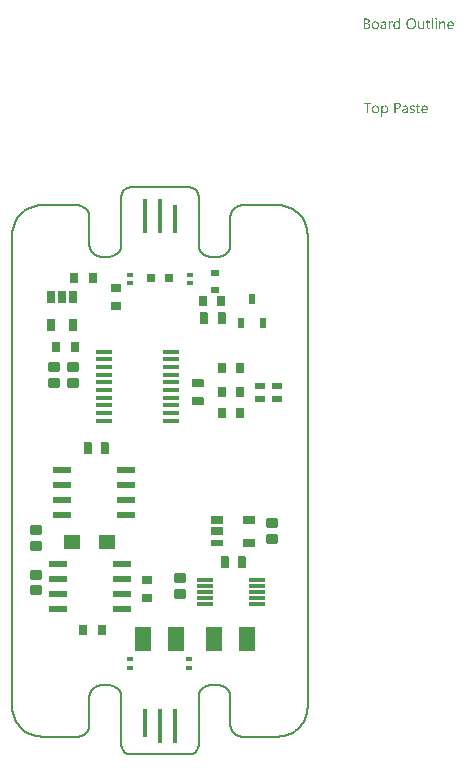
<source format=gtp>
G04*
G04 #@! TF.GenerationSoftware,Altium Limited,Altium Designer,21.9.2 (33)*
G04*
G04 Layer_Color=8421504*
%FSLAX44Y44*%
%MOMM*%
G71*
G04*
G04 #@! TF.SameCoordinates,2EA8CFF5-2370-4CCC-882B-FB9061A37F0A*
G04*
G04*
G04 #@! TF.FilePolarity,Positive*
G04*
G01*
G75*
%ADD12C,0.2000*%
G04:AMPARAMS|DCode=16|XSize=0.95mm|YSize=0.8mm|CornerRadius=0.1mm|HoleSize=0mm|Usage=FLASHONLY|Rotation=0.000|XOffset=0mm|YOffset=0mm|HoleType=Round|Shape=RoundedRectangle|*
%AMROUNDEDRECTD16*
21,1,0.9500,0.6000,0,0,0.0*
21,1,0.7500,0.8000,0,0,0.0*
1,1,0.2000,0.3750,-0.3000*
1,1,0.2000,-0.3750,-0.3000*
1,1,0.2000,-0.3750,0.3000*
1,1,0.2000,0.3750,0.3000*
%
%ADD16ROUNDEDRECTD16*%
G04:AMPARAMS|DCode=17|XSize=0.95mm|YSize=0.8mm|CornerRadius=0.08mm|HoleSize=0mm|Usage=FLASHONLY|Rotation=0.000|XOffset=0mm|YOffset=0mm|HoleType=Round|Shape=RoundedRectangle|*
%AMROUNDEDRECTD17*
21,1,0.9500,0.6400,0,0,0.0*
21,1,0.7900,0.8000,0,0,0.0*
1,1,0.1600,0.3950,-0.3200*
1,1,0.1600,-0.3950,-0.3200*
1,1,0.1600,-0.3950,0.3200*
1,1,0.1600,0.3950,0.3200*
%
%ADD17ROUNDEDRECTD17*%
G04:AMPARAMS|DCode=18|XSize=0.392mm|YSize=2.942mm|CornerRadius=0.097mm|HoleSize=0mm|Usage=FLASHONLY|Rotation=0.000|XOffset=0mm|YOffset=0mm|HoleType=Round|Shape=RoundedRectangle|*
%AMROUNDEDRECTD18*
21,1,0.3920,2.7480,0,0,0.0*
21,1,0.1980,2.9420,0,0,0.0*
1,1,0.1940,0.0990,-1.3740*
1,1,0.1940,-0.0990,-1.3740*
1,1,0.1940,-0.0990,1.3740*
1,1,0.1940,0.0990,1.3740*
%
%ADD18ROUNDEDRECTD18*%
G04:AMPARAMS|DCode=19|XSize=0.392mm|YSize=2.442mm|CornerRadius=0.097mm|HoleSize=0mm|Usage=FLASHONLY|Rotation=0.000|XOffset=0mm|YOffset=0mm|HoleType=Round|Shape=RoundedRectangle|*
%AMROUNDEDRECTD19*
21,1,0.3920,2.2480,0,0,0.0*
21,1,0.1980,2.4420,0,0,0.0*
1,1,0.1940,0.0990,-1.1240*
1,1,0.1940,-0.0990,-1.1240*
1,1,0.1940,-0.0990,1.1240*
1,1,0.1940,0.0990,1.1240*
%
%ADD19ROUNDEDRECTD19*%
%ADD20R,1.3500X0.4000*%
G04:AMPARAMS|DCode=21|XSize=1mm|YSize=0.7mm|CornerRadius=0.0875mm|HoleSize=0mm|Usage=FLASHONLY|Rotation=270.000|XOffset=0mm|YOffset=0mm|HoleType=Round|Shape=RoundedRectangle|*
%AMROUNDEDRECTD21*
21,1,1.0000,0.5250,0,0,270.0*
21,1,0.8250,0.7000,0,0,270.0*
1,1,0.1750,-0.2625,-0.4125*
1,1,0.1750,-0.2625,0.4125*
1,1,0.1750,0.2625,0.4125*
1,1,0.1750,0.2625,-0.4125*
%
%ADD21ROUNDEDRECTD21*%
%ADD22R,1.5500X0.6000*%
%ADD23R,0.7620X0.8128*%
%ADD24R,0.6000X0.9000*%
G04:AMPARAMS|DCode=25|XSize=1mm|YSize=0.7mm|CornerRadius=0.0875mm|HoleSize=0mm|Usage=FLASHONLY|Rotation=0.000|XOffset=0mm|YOffset=0mm|HoleType=Round|Shape=RoundedRectangle|*
%AMROUNDEDRECTD25*
21,1,1.0000,0.5250,0,0,0.0*
21,1,0.8250,0.7000,0,0,0.0*
1,1,0.1750,0.4125,-0.2625*
1,1,0.1750,-0.4125,-0.2625*
1,1,0.1750,-0.4125,0.2625*
1,1,0.1750,0.4125,0.2625*
%
%ADD25ROUNDEDRECTD25*%
%ADD26R,0.8000X0.9000*%
%ADD27R,0.8128X0.7620*%
%ADD28R,0.7000X0.7000*%
%ADD29R,1.4500X0.3000*%
%ADD30R,1.0600X0.6500*%
%ADD31R,1.0600X0.6000*%
%ADD32R,0.9000X0.8000*%
%ADD33R,1.4000X2.0000*%
%ADD34R,0.6250X0.3250*%
%ADD35R,0.7000X1.0000*%
%ADD36R,1.4500X1.2000*%
%ADD37R,0.8000X0.6000*%
%ADD38R,0.9000X0.6000*%
G36*
X564991Y274449D02*
X565054Y274449D01*
X565195Y274386D01*
X565274Y274339D01*
X565353Y274276D01*
X565368Y274261D01*
X565384Y274245D01*
X565463Y274151D01*
X565526Y273993D01*
X565541Y273899D01*
X565557Y273805D01*
X565557Y273789D01*
X565557Y273757D01*
X565541Y273710D01*
X565526Y273647D01*
X565478Y273490D01*
X565416Y273412D01*
X565353Y273333D01*
X565337Y273333D01*
X565321Y273302D01*
X565227Y273239D01*
X565085Y273176D01*
X564991Y273160D01*
X564897Y273144D01*
X564850Y273144D01*
X564802Y273160D01*
X564739Y273160D01*
X564582Y273223D01*
X564504Y273254D01*
X564425Y273317D01*
X564425Y273333D01*
X564394Y273349D01*
X564362Y273396D01*
X564331Y273443D01*
X564268Y273600D01*
X564252Y273694D01*
X564236Y273805D01*
X564236Y273820D01*
X564236Y273852D01*
X564252Y273899D01*
X564268Y273978D01*
X564315Y274119D01*
X564362Y274198D01*
X564425Y274276D01*
X564441Y274292D01*
X564456Y274308D01*
X564551Y274371D01*
X564708Y274433D01*
X564802Y274465D01*
X564944Y274465D01*
X564991Y274449D01*
X564991Y274449D02*
G37*
G36*
X534536Y265141D02*
X533514Y265141D01*
X533514Y266211D01*
X533483Y266211D01*
X533483Y266195D01*
X533451Y266163D01*
X533404Y266101D01*
X533357Y266022D01*
X533279Y265928D01*
X533184Y265833D01*
X533074Y265723D01*
X532948Y265613D01*
X532807Y265487D01*
X532634Y265377D01*
X532461Y265283D01*
X532257Y265189D01*
X532052Y265110D01*
X531816Y265047D01*
X531565Y265016D01*
X531297Y265000D01*
X531188Y265000D01*
X531093Y265016D01*
X530999Y265031D01*
X530873Y265047D01*
X530606Y265110D01*
X530291Y265204D01*
X529977Y265361D01*
X529804Y265456D01*
X529662Y265566D01*
X529505Y265707D01*
X529364Y265849D01*
X529364Y265865D01*
X529332Y265896D01*
X529301Y265943D01*
X529254Y266006D01*
X529206Y266085D01*
X529143Y266195D01*
X529081Y266321D01*
X529018Y266462D01*
X528939Y266619D01*
X528876Y266792D01*
X528813Y266981D01*
X528766Y267185D01*
X528719Y267405D01*
X528688Y267657D01*
X528672Y267909D01*
X528656Y268176D01*
X528656Y268192D01*
X528656Y268239D01*
X528656Y268333D01*
X528672Y268443D01*
X528688Y268569D01*
X528703Y268726D01*
X528719Y268899D01*
X528750Y269088D01*
X528845Y269497D01*
X528986Y269921D01*
X529081Y270126D01*
X529191Y270330D01*
X529301Y270519D01*
X529442Y270707D01*
X529458Y270723D01*
X529474Y270754D01*
X529521Y270802D01*
X529584Y270865D01*
X529662Y270927D01*
X529772Y271006D01*
X529883Y271100D01*
X530008Y271195D01*
X530323Y271368D01*
X530684Y271525D01*
X530889Y271572D01*
X531109Y271619D01*
X531329Y271651D01*
X531581Y271666D01*
X531706Y271666D01*
X531801Y271651D01*
X531895Y271635D01*
X532021Y271619D01*
X532304Y271541D01*
X532618Y271415D01*
X532775Y271336D01*
X532933Y271226D01*
X533090Y271116D01*
X533231Y270975D01*
X533357Y270817D01*
X533483Y270629D01*
X533514Y270629D01*
X533514Y274591D01*
X534536Y274591D01*
X534536Y265141D01*
X534536Y265141D02*
G37*
G36*
X570777Y271651D02*
X570966Y271635D01*
X571202Y271588D01*
X571453Y271509D01*
X571720Y271383D01*
X571988Y271210D01*
X572098Y271116D01*
X572208Y270990D01*
X572239Y270959D01*
X572302Y270865D01*
X572381Y270707D01*
X572491Y270487D01*
X572585Y270220D01*
X572679Y269890D01*
X572742Y269497D01*
X572758Y269041D01*
X572758Y265141D01*
X571736Y265141D01*
X571736Y268773D01*
X571736Y268789D01*
X571736Y268868D01*
X571720Y268962D01*
X571720Y269088D01*
X571689Y269245D01*
X571657Y269418D01*
X571610Y269607D01*
X571547Y269795D01*
X571469Y269984D01*
X571374Y270157D01*
X571249Y270330D01*
X571107Y270487D01*
X570950Y270613D01*
X570746Y270707D01*
X570525Y270786D01*
X570258Y270802D01*
X570227Y270802D01*
X570132Y270786D01*
X569991Y270770D01*
X569818Y270723D01*
X569613Y270660D01*
X569393Y270550D01*
X569189Y270408D01*
X568985Y270220D01*
X568969Y270188D01*
X568906Y270126D01*
X568827Y270000D01*
X568733Y269827D01*
X568639Y269622D01*
X568560Y269371D01*
X568497Y269088D01*
X568481Y268773D01*
X568481Y265141D01*
X567459Y265141D01*
X567459Y271525D01*
X568481Y271525D01*
X568481Y270456D01*
X568513Y270456D01*
X568529Y270471D01*
X568544Y270503D01*
X568591Y270566D01*
X568654Y270644D01*
X568717Y270739D01*
X568812Y270833D01*
X568922Y270943D01*
X569048Y271069D01*
X569189Y271179D01*
X569346Y271289D01*
X569519Y271383D01*
X569708Y271478D01*
X569897Y271556D01*
X570117Y271619D01*
X570353Y271651D01*
X570604Y271666D01*
X570698Y271666D01*
X570777Y271651D01*
X570777Y271651D02*
G37*
G36*
X527603Y271619D02*
X527791Y271603D01*
X527901Y271572D01*
X527980Y271541D01*
X527980Y270487D01*
X527964Y270503D01*
X527933Y270519D01*
X527870Y270550D01*
X527791Y270597D01*
X527681Y270629D01*
X527540Y270660D01*
X527383Y270676D01*
X527210Y270692D01*
X527178Y270692D01*
X527100Y270676D01*
X526974Y270660D01*
X526832Y270613D01*
X526644Y270534D01*
X526471Y270424D01*
X526282Y270267D01*
X526109Y270063D01*
X526093Y270031D01*
X526046Y269953D01*
X525968Y269811D01*
X525889Y269622D01*
X525810Y269387D01*
X525732Y269088D01*
X525685Y268758D01*
X525669Y268380D01*
X525669Y265141D01*
X524647Y265141D01*
X524647Y271525D01*
X525669Y271525D01*
X525669Y270204D01*
X525700Y270204D01*
X525700Y270220D01*
X525716Y270236D01*
X525747Y270314D01*
X525795Y270440D01*
X525873Y270597D01*
X525952Y270754D01*
X526078Y270927D01*
X526203Y271100D01*
X526361Y271257D01*
X526376Y271273D01*
X526439Y271320D01*
X526534Y271383D01*
X526659Y271446D01*
X526801Y271509D01*
X526974Y271572D01*
X527163Y271619D01*
X527367Y271635D01*
X527508Y271635D01*
X527603Y271619D01*
X527603Y271619D02*
G37*
G36*
X554881Y265141D02*
X553859Y265141D01*
X553859Y266148D01*
X553828Y266148D01*
X553828Y266132D01*
X553797Y266101D01*
X553765Y266038D01*
X553702Y265975D01*
X553561Y265786D01*
X553341Y265582D01*
X553215Y265472D01*
X553073Y265361D01*
X552916Y265267D01*
X552727Y265173D01*
X552539Y265110D01*
X552334Y265047D01*
X552099Y265016D01*
X551863Y265000D01*
X551768Y265000D01*
X551658Y265016D01*
X551501Y265047D01*
X551328Y265079D01*
X551139Y265141D01*
X550935Y265220D01*
X550731Y265346D01*
X550510Y265487D01*
X550306Y265660D01*
X550117Y265880D01*
X549944Y266148D01*
X549787Y266446D01*
X549677Y266808D01*
X549614Y267232D01*
X549583Y267453D01*
X549583Y267704D01*
X549583Y271525D01*
X550589Y271525D01*
X550589Y267861D01*
X550589Y267846D01*
X550589Y267783D01*
X550605Y267673D01*
X550621Y267547D01*
X550636Y267390D01*
X550668Y267232D01*
X550715Y267044D01*
X550778Y266855D01*
X550872Y266667D01*
X550966Y266494D01*
X551092Y266321D01*
X551250Y266163D01*
X551422Y266038D01*
X551627Y265943D01*
X551878Y265865D01*
X552146Y265849D01*
X552177Y265849D01*
X552271Y265865D01*
X552413Y265880D01*
X552570Y265912D01*
X552775Y265991D01*
X552979Y266085D01*
X553183Y266211D01*
X553372Y266399D01*
X553388Y266431D01*
X553451Y266494D01*
X553529Y266619D01*
X553624Y266792D01*
X553702Y266997D01*
X553781Y267248D01*
X553844Y267531D01*
X553859Y267846D01*
X553859Y271525D01*
X554881Y271525D01*
X554881Y265141D01*
X554881Y265141D02*
G37*
G36*
X565384Y265141D02*
X564362Y265141D01*
X564362Y271525D01*
X565384Y271525D01*
X565384Y265141D01*
X565384Y265141D02*
G37*
G36*
X562287Y265141D02*
X561265Y265141D01*
X561265Y274591D01*
X562287Y274591D01*
X562287Y265141D01*
X562287Y265141D02*
G37*
G36*
X520685Y271651D02*
X520826Y271635D01*
X520999Y271588D01*
X521188Y271541D01*
X521392Y271462D01*
X521612Y271368D01*
X521817Y271242D01*
X522021Y271085D01*
X522210Y270896D01*
X522383Y270660D01*
X522524Y270393D01*
X522634Y270078D01*
X522697Y269717D01*
X522729Y269292D01*
X522729Y265141D01*
X521707Y265141D01*
X521707Y266132D01*
X521675Y266132D01*
X521675Y266116D01*
X521644Y266085D01*
X521612Y266022D01*
X521549Y265959D01*
X521392Y265770D01*
X521188Y265566D01*
X520905Y265361D01*
X520575Y265173D01*
X520370Y265110D01*
X520166Y265047D01*
X519946Y265016D01*
X519710Y265000D01*
X519616Y265000D01*
X519553Y265016D01*
X519380Y265031D01*
X519175Y265063D01*
X518924Y265126D01*
X518688Y265204D01*
X518436Y265330D01*
X518216Y265487D01*
X518201Y265519D01*
X518138Y265582D01*
X518043Y265692D01*
X517949Y265849D01*
X517855Y266038D01*
X517760Y266258D01*
X517697Y266525D01*
X517682Y266824D01*
X517682Y266840D01*
X517682Y266902D01*
X517697Y266997D01*
X517713Y267107D01*
X517745Y267248D01*
X517792Y267405D01*
X517855Y267578D01*
X517949Y267751D01*
X518059Y267940D01*
X518201Y268129D01*
X518373Y268302D01*
X518578Y268459D01*
X518814Y268616D01*
X519097Y268742D01*
X519411Y268836D01*
X519789Y268915D01*
X521707Y269182D01*
X521707Y269198D01*
X521707Y269245D01*
X521691Y269339D01*
X521691Y269434D01*
X521660Y269559D01*
X521644Y269701D01*
X521549Y270000D01*
X521471Y270141D01*
X521392Y270283D01*
X521282Y270424D01*
X521156Y270550D01*
X520999Y270660D01*
X520826Y270739D01*
X520622Y270786D01*
X520386Y270802D01*
X520276Y270802D01*
X520197Y270786D01*
X520087Y270786D01*
X519977Y270754D01*
X519694Y270707D01*
X519380Y270613D01*
X519034Y270471D01*
X518845Y270377D01*
X518672Y270283D01*
X518484Y270157D01*
X518311Y270015D01*
X518311Y271069D01*
X518326Y271069D01*
X518358Y271100D01*
X518405Y271132D01*
X518484Y271163D01*
X518562Y271210D01*
X518672Y271257D01*
X518798Y271305D01*
X518940Y271368D01*
X519254Y271478D01*
X519631Y271572D01*
X520040Y271635D01*
X520480Y271666D01*
X520575Y271666D01*
X520685Y271651D01*
X520685Y271651D02*
G37*
G36*
X506236Y274056D02*
X506346Y274056D01*
X506456Y274040D01*
X506707Y274009D01*
X507006Y273930D01*
X507321Y273836D01*
X507619Y273694D01*
X507887Y273506D01*
X507902Y273506D01*
X507918Y273474D01*
X507997Y273412D01*
X508107Y273286D01*
X508232Y273113D01*
X508343Y272893D01*
X508453Y272641D01*
X508531Y272358D01*
X508563Y272201D01*
X508563Y272028D01*
X508563Y272012D01*
X508563Y271996D01*
X508563Y271902D01*
X508547Y271761D01*
X508516Y271588D01*
X508468Y271368D01*
X508390Y271147D01*
X508295Y270927D01*
X508154Y270707D01*
X508138Y270676D01*
X508075Y270613D01*
X507981Y270519D01*
X507855Y270393D01*
X507698Y270267D01*
X507509Y270126D01*
X507273Y270015D01*
X507022Y269905D01*
X507022Y269890D01*
X507069Y269890D01*
X507116Y269874D01*
X507163Y269858D01*
X507336Y269827D01*
X507541Y269764D01*
X507761Y269669D01*
X507997Y269559D01*
X508232Y269402D01*
X508453Y269198D01*
X508484Y269166D01*
X508547Y269088D01*
X508625Y268978D01*
X508736Y268805D01*
X508830Y268585D01*
X508924Y268333D01*
X508987Y268034D01*
X509003Y267704D01*
X509003Y267689D01*
X509003Y267657D01*
X509003Y267594D01*
X508987Y267516D01*
X508971Y267421D01*
X508956Y267311D01*
X508893Y267044D01*
X508798Y266745D01*
X508657Y266431D01*
X508563Y266289D01*
X508453Y266132D01*
X508311Y265991D01*
X508170Y265849D01*
X508154Y265849D01*
X508138Y265818D01*
X508091Y265786D01*
X508028Y265739D01*
X507949Y265692D01*
X507839Y265629D01*
X507604Y265503D01*
X507305Y265361D01*
X506959Y265252D01*
X506550Y265173D01*
X506346Y265157D01*
X506110Y265141D01*
X503500Y265141D01*
X503500Y274072D01*
X506157Y274072D01*
X506236Y274056D01*
X506236Y274056D02*
G37*
G36*
X558293Y271525D02*
X559913Y271525D01*
X559913Y270644D01*
X558293Y270644D01*
X558293Y267044D01*
X558293Y267012D01*
X558293Y266934D01*
X558309Y266824D01*
X558325Y266682D01*
X558388Y266383D01*
X558435Y266242D01*
X558513Y266132D01*
X558529Y266116D01*
X558560Y266085D01*
X558608Y266053D01*
X558686Y266006D01*
X558781Y265943D01*
X558906Y265912D01*
X559064Y265880D01*
X559237Y265865D01*
X559300Y265865D01*
X559378Y265880D01*
X559472Y265896D01*
X559692Y265959D01*
X559803Y266006D01*
X559913Y266069D01*
X559913Y265189D01*
X559897Y265189D01*
X559850Y265157D01*
X559771Y265141D01*
X559661Y265110D01*
X559520Y265079D01*
X559362Y265047D01*
X559174Y265031D01*
X558954Y265016D01*
X558875Y265016D01*
X558796Y265031D01*
X558686Y265047D01*
X558560Y265079D01*
X558419Y265110D01*
X558278Y265173D01*
X558120Y265252D01*
X557963Y265346D01*
X557806Y265472D01*
X557664Y265613D01*
X557538Y265802D01*
X557429Y266006D01*
X557350Y266258D01*
X557287Y266541D01*
X557271Y266871D01*
X557271Y270644D01*
X556186Y270644D01*
X556186Y271525D01*
X557271Y271525D01*
X557271Y273081D01*
X558293Y273412D01*
X558293Y271525D01*
X558293Y271525D02*
G37*
G36*
X577412Y271651D02*
X577522Y271635D01*
X577632Y271619D01*
X577915Y271572D01*
X578229Y271462D01*
X578544Y271320D01*
X578701Y271226D01*
X578858Y271116D01*
X579000Y270990D01*
X579141Y270849D01*
X579157Y270833D01*
X579173Y270817D01*
X579204Y270770D01*
X579251Y270707D01*
X579299Y270613D01*
X579361Y270519D01*
X579424Y270408D01*
X579487Y270267D01*
X579550Y270110D01*
X579613Y269953D01*
X579676Y269764D01*
X579723Y269559D01*
X579770Y269339D01*
X579802Y269119D01*
X579833Y268868D01*
X579833Y268600D01*
X579833Y268066D01*
X575321Y268066D01*
X575321Y268050D01*
X575321Y268019D01*
X575321Y267971D01*
X575336Y267893D01*
X575352Y267799D01*
X575352Y267704D01*
X575399Y267453D01*
X575478Y267201D01*
X575572Y266918D01*
X575714Y266651D01*
X575887Y266415D01*
X575918Y266383D01*
X575981Y266321D01*
X576107Y266242D01*
X576280Y266132D01*
X576500Y266022D01*
X576752Y265943D01*
X577050Y265880D01*
X577396Y265849D01*
X577506Y265849D01*
X577585Y265865D01*
X577679Y265865D01*
X577789Y265880D01*
X578056Y265943D01*
X578355Y266022D01*
X578685Y266148D01*
X579031Y266321D01*
X579204Y266431D01*
X579377Y266556D01*
X579377Y265597D01*
X579361Y265597D01*
X579346Y265566D01*
X579299Y265550D01*
X579220Y265503D01*
X579141Y265456D01*
X579047Y265409D01*
X578921Y265361D01*
X578796Y265299D01*
X578638Y265236D01*
X578465Y265189D01*
X578088Y265094D01*
X577648Y265031D01*
X577160Y265000D01*
X577035Y265000D01*
X576940Y265016D01*
X576830Y265031D01*
X576689Y265047D01*
X576390Y265110D01*
X576044Y265204D01*
X575698Y265361D01*
X575525Y265472D01*
X575352Y265582D01*
X575195Y265707D01*
X575038Y265865D01*
X575022Y265880D01*
X575006Y265912D01*
X574975Y265959D01*
X574912Y266022D01*
X574865Y266116D01*
X574802Y266226D01*
X574723Y266352D01*
X574660Y266494D01*
X574582Y266651D01*
X574519Y266840D01*
X574440Y267044D01*
X574393Y267264D01*
X574346Y267500D01*
X574299Y267751D01*
X574283Y268019D01*
X574267Y268302D01*
X574267Y268317D01*
X574267Y268365D01*
X574267Y268443D01*
X574283Y268553D01*
X574299Y268679D01*
X574314Y268820D01*
X574330Y268993D01*
X574377Y269166D01*
X574472Y269544D01*
X574613Y269953D01*
X574708Y270157D01*
X574833Y270346D01*
X574959Y270550D01*
X575101Y270723D01*
X575116Y270739D01*
X575148Y270770D01*
X575195Y270817D01*
X575258Y270865D01*
X575336Y270943D01*
X575431Y271022D01*
X575557Y271100D01*
X575682Y271195D01*
X575981Y271368D01*
X576343Y271525D01*
X576547Y271572D01*
X576752Y271619D01*
X576972Y271651D01*
X577207Y271666D01*
X577333Y271666D01*
X577412Y271651D01*
X577412Y271651D02*
G37*
G36*
X544284Y274213D02*
X544442Y274198D01*
X544630Y274166D01*
X544835Y274119D01*
X545055Y274072D01*
X545275Y274009D01*
X545527Y273930D01*
X545762Y273820D01*
X546014Y273694D01*
X546265Y273553D01*
X546501Y273380D01*
X546737Y273191D01*
X546957Y272971D01*
X546973Y272956D01*
X547004Y272908D01*
X547067Y272845D01*
X547130Y272751D01*
X547225Y272625D01*
X547319Y272468D01*
X547413Y272295D01*
X547523Y272106D01*
X547633Y271871D01*
X547728Y271635D01*
X547822Y271368D01*
X547916Y271069D01*
X547979Y270770D01*
X548042Y270440D01*
X548074Y270078D01*
X548089Y269717D01*
X548089Y269685D01*
X548089Y269622D01*
X548089Y269512D01*
X548074Y269355D01*
X548058Y269166D01*
X548026Y268962D01*
X547995Y268726D01*
X547948Y268459D01*
X547885Y268192D01*
X547806Y267909D01*
X547712Y267626D01*
X547602Y267343D01*
X547460Y267044D01*
X547303Y266777D01*
X547130Y266509D01*
X546926Y266258D01*
X546910Y266242D01*
X546879Y266211D01*
X546800Y266148D01*
X546721Y266069D01*
X546596Y265959D01*
X546454Y265865D01*
X546297Y265739D01*
X546108Y265629D01*
X545904Y265519D01*
X545668Y265393D01*
X545416Y265299D01*
X545133Y265204D01*
X544835Y265110D01*
X544520Y265047D01*
X544190Y265016D01*
X543828Y265000D01*
X543750Y265000D01*
X543640Y265016D01*
X543514Y265016D01*
X543357Y265031D01*
X543168Y265063D01*
X542964Y265110D01*
X542728Y265157D01*
X542492Y265220D01*
X542240Y265299D01*
X541989Y265409D01*
X541737Y265519D01*
X541486Y265660D01*
X541234Y265833D01*
X540998Y266022D01*
X540778Y266242D01*
X540762Y266258D01*
X540731Y266305D01*
X540668Y266368D01*
X540605Y266462D01*
X540511Y266588D01*
X540417Y266745D01*
X540322Y266918D01*
X540212Y267122D01*
X540102Y267343D01*
X540008Y267578D01*
X539913Y267846D01*
X539819Y268144D01*
X539756Y268443D01*
X539693Y268773D01*
X539662Y269135D01*
X539646Y269497D01*
X539646Y269528D01*
X539646Y269591D01*
X539662Y269701D01*
X539662Y269858D01*
X539678Y270031D01*
X539709Y270251D01*
X539741Y270487D01*
X539788Y270739D01*
X539851Y271006D01*
X539929Y271289D01*
X540024Y271572D01*
X540134Y271855D01*
X540275Y272138D01*
X540432Y272421D01*
X540605Y272688D01*
X540810Y272940D01*
X540825Y272956D01*
X540857Y273003D01*
X540936Y273066D01*
X541030Y273144D01*
X541140Y273239D01*
X541281Y273349D01*
X541454Y273459D01*
X541643Y273584D01*
X541863Y273710D01*
X542099Y273820D01*
X542351Y273930D01*
X542634Y274025D01*
X542948Y274103D01*
X543278Y274182D01*
X543624Y274213D01*
X543986Y274229D01*
X544159Y274229D01*
X544284Y274213D01*
X544284Y274213D02*
G37*
G36*
X513735Y271651D02*
X513845Y271635D01*
X513987Y271619D01*
X514301Y271556D01*
X514663Y271446D01*
X515025Y271289D01*
X515213Y271195D01*
X515386Y271085D01*
X515559Y270943D01*
X515716Y270786D01*
X515732Y270770D01*
X515748Y270739D01*
X515795Y270692D01*
X515842Y270629D01*
X515905Y270534D01*
X515968Y270424D01*
X516047Y270298D01*
X516125Y270157D01*
X516188Y269984D01*
X516267Y269811D01*
X516330Y269607D01*
X516393Y269387D01*
X516440Y269151D01*
X516487Y268899D01*
X516502Y268632D01*
X516518Y268349D01*
X516518Y268333D01*
X516518Y268286D01*
X516518Y268207D01*
X516502Y268097D01*
X516487Y267971D01*
X516471Y267814D01*
X516440Y267657D01*
X516408Y267468D01*
X516314Y267091D01*
X516157Y266682D01*
X516062Y266478D01*
X515937Y266273D01*
X515811Y266085D01*
X515653Y265912D01*
X515638Y265896D01*
X515606Y265880D01*
X515559Y265833D01*
X515496Y265770D01*
X515402Y265707D01*
X515308Y265629D01*
X515182Y265534D01*
X515040Y265456D01*
X514883Y265377D01*
X514710Y265283D01*
X514521Y265204D01*
X514317Y265141D01*
X514097Y265079D01*
X513861Y265047D01*
X513610Y265016D01*
X513342Y265000D01*
X513201Y265000D01*
X513106Y265016D01*
X512996Y265031D01*
X512855Y265047D01*
X512698Y265079D01*
X512525Y265110D01*
X512163Y265220D01*
X511786Y265377D01*
X511597Y265472D01*
X511424Y265597D01*
X511251Y265723D01*
X511078Y265880D01*
X511063Y265896D01*
X511047Y265928D01*
X511000Y265975D01*
X510952Y266038D01*
X510890Y266132D01*
X510811Y266242D01*
X510732Y266368D01*
X510670Y266509D01*
X510591Y266682D01*
X510512Y266855D01*
X510434Y267044D01*
X510371Y267264D01*
X510276Y267736D01*
X510261Y267987D01*
X510245Y268255D01*
X510245Y268270D01*
X510245Y268333D01*
X510245Y268412D01*
X510261Y268522D01*
X510276Y268648D01*
X510292Y268805D01*
X510324Y268978D01*
X510355Y269166D01*
X510449Y269575D01*
X510607Y269984D01*
X510717Y270188D01*
X510827Y270393D01*
X510952Y270581D01*
X511110Y270754D01*
X511125Y270770D01*
X511157Y270802D01*
X511204Y270833D01*
X511267Y270896D01*
X511361Y270959D01*
X511471Y271037D01*
X511597Y271132D01*
X511739Y271210D01*
X511896Y271289D01*
X512085Y271383D01*
X512273Y271462D01*
X512493Y271525D01*
X512713Y271588D01*
X512965Y271635D01*
X513232Y271651D01*
X513499Y271666D01*
X513641Y271666D01*
X513735Y271651D01*
X513735Y271651D02*
G37*
G36*
X521895Y200434D02*
X522006Y200418D01*
X522116Y200402D01*
X522398Y200339D01*
X522713Y200245D01*
X523027Y200088D01*
X523185Y199993D01*
X523342Y199867D01*
X523483Y199742D01*
X523625Y199585D01*
X523641Y199569D01*
X523656Y199553D01*
X523688Y199490D01*
X523735Y199427D01*
X523782Y199349D01*
X523845Y199239D01*
X523908Y199113D01*
X523971Y198987D01*
X524034Y198830D01*
X524097Y198657D01*
X524160Y198468D01*
X524207Y198264D01*
X524285Y197808D01*
X524317Y197556D01*
X524317Y197289D01*
X524317Y197273D01*
X524317Y197226D01*
X524317Y197132D01*
X524301Y197022D01*
X524301Y196896D01*
X524269Y196739D01*
X524254Y196566D01*
X524222Y196377D01*
X524128Y195968D01*
X523987Y195544D01*
X523892Y195339D01*
X523798Y195135D01*
X523672Y194931D01*
X523531Y194742D01*
X523515Y194726D01*
X523499Y194695D01*
X523452Y194648D01*
X523389Y194600D01*
X523310Y194522D01*
X523216Y194443D01*
X523106Y194349D01*
X522980Y194270D01*
X522839Y194176D01*
X522682Y194082D01*
X522304Y193940D01*
X522100Y193877D01*
X521895Y193830D01*
X521660Y193799D01*
X521408Y193783D01*
X521282Y193783D01*
X521204Y193799D01*
X521093Y193814D01*
X520984Y193846D01*
X520700Y193909D01*
X520402Y194034D01*
X520229Y194129D01*
X520072Y194223D01*
X519914Y194349D01*
X519773Y194490D01*
X519616Y194648D01*
X519490Y194836D01*
X519458Y194836D01*
X519458Y191000D01*
X518436Y191000D01*
X518436Y200308D01*
X519458Y200308D01*
X519458Y199176D01*
X519490Y199176D01*
X519506Y199191D01*
X519521Y199239D01*
X519568Y199301D01*
X519631Y199380D01*
X519710Y199474D01*
X519804Y199585D01*
X519914Y199694D01*
X520056Y199820D01*
X520197Y199930D01*
X520355Y200040D01*
X520543Y200151D01*
X520732Y200245D01*
X520952Y200339D01*
X521188Y200402D01*
X521424Y200434D01*
X521691Y200449D01*
X521817Y200449D01*
X521895Y200434D01*
X521895Y200434D02*
G37*
G36*
X545448Y200434D02*
X545652Y200418D01*
X545872Y200386D01*
X546124Y200323D01*
X546376Y200261D01*
X546627Y200166D01*
X546627Y199128D01*
X546596Y199144D01*
X546501Y199207D01*
X546360Y199270D01*
X546171Y199364D01*
X545935Y199443D01*
X545652Y199522D01*
X545338Y199569D01*
X545008Y199585D01*
X544835Y199585D01*
X544677Y199553D01*
X544489Y199522D01*
X544473Y199522D01*
X544457Y199506D01*
X544363Y199474D01*
X544237Y199412D01*
X544096Y199333D01*
X544064Y199317D01*
X544001Y199254D01*
X543923Y199160D01*
X543844Y199050D01*
X543828Y199018D01*
X543797Y198940D01*
X543765Y198830D01*
X543750Y198688D01*
X543750Y198673D01*
X543750Y198641D01*
X543750Y198594D01*
X543765Y198547D01*
X543797Y198405D01*
X543844Y198264D01*
X543860Y198232D01*
X543907Y198169D01*
X544001Y198075D01*
X544111Y197965D01*
X544127Y197965D01*
X544143Y197949D01*
X544237Y197886D01*
X544363Y197808D01*
X544536Y197729D01*
X544552Y197729D01*
X544583Y197714D01*
X544630Y197698D01*
X544709Y197666D01*
X544882Y197603D01*
X545102Y197509D01*
X545118Y197509D01*
X545181Y197478D01*
X545259Y197446D01*
X545354Y197415D01*
X545605Y197305D01*
X545857Y197179D01*
X545872Y197179D01*
X545919Y197148D01*
X545982Y197116D01*
X546061Y197069D01*
X546250Y196943D01*
X546438Y196786D01*
X546454Y196770D01*
X546485Y196754D01*
X546517Y196707D01*
X546580Y196644D01*
X546690Y196487D01*
X546800Y196283D01*
X546800Y196267D01*
X546816Y196236D01*
X546847Y196173D01*
X546863Y196094D01*
X546894Y196000D01*
X546910Y195890D01*
X546926Y195622D01*
X546926Y195607D01*
X546926Y195544D01*
X546910Y195449D01*
X546894Y195339D01*
X546879Y195214D01*
X546831Y195072D01*
X546784Y194946D01*
X546706Y194805D01*
X546690Y194789D01*
X546674Y194742D01*
X546627Y194679D01*
X546564Y194600D01*
X546485Y194506D01*
X546391Y194412D01*
X546155Y194223D01*
X546140Y194207D01*
X546092Y194192D01*
X546030Y194144D01*
X545919Y194097D01*
X545810Y194034D01*
X545668Y193987D01*
X545527Y193940D01*
X545354Y193893D01*
X545338Y193893D01*
X545275Y193877D01*
X545181Y193861D01*
X545070Y193846D01*
X544913Y193814D01*
X544756Y193799D01*
X544394Y193783D01*
X544237Y193783D01*
X544049Y193799D01*
X543813Y193830D01*
X543545Y193877D01*
X543262Y193940D01*
X542979Y194019D01*
X542696Y194144D01*
X542696Y195245D01*
X542712Y195245D01*
X542728Y195214D01*
X542775Y195182D01*
X542838Y195151D01*
X543011Y195056D01*
X543247Y194946D01*
X543514Y194820D01*
X543828Y194726D01*
X544174Y194663D01*
X544536Y194632D01*
X544662Y194632D01*
X544740Y194648D01*
X544961Y194679D01*
X545212Y194742D01*
X545448Y194852D01*
X545558Y194931D01*
X545668Y195009D01*
X545747Y195119D01*
X545810Y195229D01*
X545857Y195371D01*
X545872Y195528D01*
X545872Y195544D01*
X545872Y195575D01*
X545872Y195622D01*
X545857Y195669D01*
X545825Y195811D01*
X545762Y195952D01*
X545762Y195968D01*
X545747Y195984D01*
X545684Y196063D01*
X545589Y196173D01*
X545448Y196267D01*
X545432Y196267D01*
X545416Y196298D01*
X545322Y196346D01*
X545181Y196440D01*
X544992Y196519D01*
X544976Y196519D01*
X544945Y196534D01*
X544898Y196566D01*
X544819Y196597D01*
X544646Y196660D01*
X544426Y196754D01*
X544410Y196754D01*
X544347Y196786D01*
X544269Y196817D01*
X544174Y196849D01*
X543923Y196959D01*
X543671Y197085D01*
X543656Y197100D01*
X543624Y197116D01*
X543561Y197148D01*
X543483Y197195D01*
X543310Y197320D01*
X543137Y197462D01*
X543121Y197478D01*
X543105Y197493D01*
X543058Y197540D01*
X543011Y197603D01*
X542901Y197761D01*
X542807Y197949D01*
X542807Y197965D01*
X542791Y197997D01*
X542775Y198059D01*
X542759Y198138D01*
X542744Y198232D01*
X542728Y198342D01*
X542712Y198610D01*
X542712Y198625D01*
X542712Y198688D01*
X542728Y198767D01*
X542744Y198877D01*
X542759Y199003D01*
X542807Y199128D01*
X542854Y199270D01*
X542916Y199396D01*
X542932Y199412D01*
X542948Y199459D01*
X542995Y199522D01*
X543058Y199600D01*
X543231Y199789D01*
X543451Y199977D01*
X543467Y199993D01*
X543514Y200009D01*
X543577Y200056D01*
X543687Y200103D01*
X543797Y200166D01*
X543923Y200229D01*
X544237Y200323D01*
X544253Y200323D01*
X544316Y200339D01*
X544394Y200371D01*
X544520Y200386D01*
X544646Y200418D01*
X544803Y200434D01*
X545149Y200449D01*
X545291Y200449D01*
X545448Y200434D01*
X545448Y200434D02*
G37*
G36*
X539112Y200434D02*
X539253Y200418D01*
X539426Y200371D01*
X539615Y200323D01*
X539819Y200245D01*
X540039Y200151D01*
X540244Y200025D01*
X540448Y199867D01*
X540637Y199679D01*
X540810Y199443D01*
X540951Y199176D01*
X541061Y198861D01*
X541124Y198500D01*
X541156Y198075D01*
X541156Y193924D01*
X540134Y193924D01*
X540134Y194915D01*
X540102Y194915D01*
X540102Y194899D01*
X540071Y194868D01*
X540039Y194805D01*
X539976Y194742D01*
X539819Y194553D01*
X539615Y194349D01*
X539332Y194144D01*
X539002Y193956D01*
X538797Y193893D01*
X538593Y193830D01*
X538373Y193799D01*
X538137Y193783D01*
X538042Y193783D01*
X537980Y193799D01*
X537807Y193814D01*
X537602Y193846D01*
X537351Y193909D01*
X537115Y193987D01*
X536863Y194113D01*
X536643Y194270D01*
X536628Y194302D01*
X536565Y194365D01*
X536470Y194475D01*
X536376Y194632D01*
X536282Y194820D01*
X536187Y195041D01*
X536124Y195308D01*
X536109Y195607D01*
X536109Y195622D01*
X536109Y195685D01*
X536124Y195780D01*
X536140Y195890D01*
X536171Y196031D01*
X536219Y196188D01*
X536282Y196361D01*
X536376Y196534D01*
X536486Y196723D01*
X536628Y196912D01*
X536800Y197085D01*
X537005Y197242D01*
X537241Y197399D01*
X537524Y197525D01*
X537838Y197619D01*
X538215Y197698D01*
X540134Y197965D01*
X540134Y197981D01*
X540134Y198028D01*
X540118Y198122D01*
X540118Y198217D01*
X540086Y198342D01*
X540071Y198484D01*
X539976Y198783D01*
X539898Y198924D01*
X539819Y199066D01*
X539709Y199207D01*
X539583Y199333D01*
X539426Y199443D01*
X539253Y199522D01*
X539049Y199569D01*
X538813Y199585D01*
X538703Y199585D01*
X538624Y199569D01*
X538514Y199569D01*
X538404Y199537D01*
X538121Y199490D01*
X537807Y199396D01*
X537461Y199254D01*
X537272Y199160D01*
X537099Y199066D01*
X536911Y198940D01*
X536738Y198798D01*
X536738Y199852D01*
X536753Y199852D01*
X536785Y199883D01*
X536832Y199915D01*
X536911Y199946D01*
X536989Y199993D01*
X537099Y200040D01*
X537225Y200088D01*
X537366Y200151D01*
X537681Y200261D01*
X538058Y200355D01*
X538467Y200418D01*
X538907Y200449D01*
X539002Y200449D01*
X539112Y200434D01*
X539112Y200434D02*
G37*
G36*
X532257Y202839D02*
X532382Y202839D01*
X532508Y202823D01*
X532838Y202760D01*
X533184Y202682D01*
X533562Y202556D01*
X533923Y202383D01*
X534080Y202273D01*
X534238Y202147D01*
X534253Y202147D01*
X534269Y202116D01*
X534316Y202069D01*
X534363Y202022D01*
X534489Y201864D01*
X534646Y201644D01*
X534788Y201361D01*
X534914Y201031D01*
X535008Y200638D01*
X535024Y200418D01*
X535039Y200182D01*
X535039Y200166D01*
X535039Y200119D01*
X535039Y200056D01*
X535024Y199977D01*
X535008Y199867D01*
X534992Y199742D01*
X534929Y199443D01*
X534819Y199113D01*
X534662Y198767D01*
X534568Y198594D01*
X534458Y198421D01*
X534316Y198248D01*
X534159Y198091D01*
X534143Y198075D01*
X534112Y198059D01*
X534065Y198012D01*
X534002Y197965D01*
X533908Y197902D01*
X533797Y197839D01*
X533672Y197761D01*
X533530Y197698D01*
X533373Y197619D01*
X533200Y197540D01*
X532996Y197478D01*
X532791Y197415D01*
X532319Y197320D01*
X532068Y197305D01*
X531801Y197289D01*
X530621Y197289D01*
X530621Y193924D01*
X529568Y193924D01*
X529568Y202855D01*
X532162Y202855D01*
X532257Y202839D01*
X532257Y202839D02*
G37*
G36*
X509695Y201911D02*
X507116Y201911D01*
X507116Y193924D01*
X506078Y193924D01*
X506078Y201911D01*
X503500Y201911D01*
X503500Y202855D01*
X509695Y202855D01*
X509695Y201911D01*
X509695Y201911D02*
G37*
G36*
X549850Y200308D02*
X551470Y200308D01*
X551470Y199427D01*
X549850Y199427D01*
X549850Y195827D01*
X549850Y195795D01*
X549850Y195717D01*
X549866Y195607D01*
X549882Y195465D01*
X549944Y195166D01*
X549992Y195025D01*
X550070Y194915D01*
X550086Y194899D01*
X550117Y194868D01*
X550165Y194836D01*
X550243Y194789D01*
X550338Y194726D01*
X550463Y194695D01*
X550621Y194663D01*
X550793Y194648D01*
X550856Y194648D01*
X550935Y194663D01*
X551029Y194679D01*
X551250Y194742D01*
X551360Y194789D01*
X551470Y194852D01*
X551470Y193972D01*
X551454Y193972D01*
X551407Y193940D01*
X551328Y193924D01*
X551218Y193893D01*
X551077Y193861D01*
X550919Y193830D01*
X550731Y193814D01*
X550510Y193799D01*
X550432Y193799D01*
X550353Y193814D01*
X550243Y193830D01*
X550117Y193861D01*
X549976Y193893D01*
X549835Y193956D01*
X549677Y194034D01*
X549520Y194129D01*
X549363Y194254D01*
X549221Y194396D01*
X549095Y194585D01*
X548985Y194789D01*
X548907Y195041D01*
X548844Y195324D01*
X548828Y195654D01*
X548828Y199427D01*
X547743Y199427D01*
X547743Y200308D01*
X548828Y200308D01*
X548828Y201864D01*
X549850Y202194D01*
X549850Y200308D01*
X549850Y200308D02*
G37*
G36*
X555542Y200434D02*
X555652Y200418D01*
X555762Y200402D01*
X556045Y200355D01*
X556359Y200245D01*
X556674Y200103D01*
X556831Y200009D01*
X556988Y199899D01*
X557130Y199773D01*
X557271Y199632D01*
X557287Y199616D01*
X557303Y199600D01*
X557334Y199553D01*
X557381Y199490D01*
X557429Y199396D01*
X557491Y199301D01*
X557554Y199191D01*
X557617Y199050D01*
X557680Y198893D01*
X557743Y198735D01*
X557806Y198547D01*
X557853Y198342D01*
X557900Y198122D01*
X557932Y197902D01*
X557963Y197651D01*
X557963Y197383D01*
X557963Y196849D01*
X553451Y196849D01*
X553451Y196833D01*
X553451Y196802D01*
X553451Y196754D01*
X553466Y196676D01*
X553482Y196581D01*
X553482Y196487D01*
X553529Y196236D01*
X553608Y195984D01*
X553702Y195701D01*
X553844Y195434D01*
X554017Y195198D01*
X554048Y195166D01*
X554111Y195103D01*
X554237Y195025D01*
X554410Y194915D01*
X554630Y194805D01*
X554881Y194726D01*
X555180Y194663D01*
X555526Y194632D01*
X555636Y194632D01*
X555715Y194648D01*
X555809Y194648D01*
X555919Y194663D01*
X556186Y194726D01*
X556485Y194805D01*
X556815Y194931D01*
X557161Y195103D01*
X557334Y195214D01*
X557507Y195339D01*
X557507Y194380D01*
X557491Y194380D01*
X557476Y194349D01*
X557429Y194333D01*
X557350Y194286D01*
X557271Y194239D01*
X557177Y194192D01*
X557051Y194144D01*
X556925Y194082D01*
X556768Y194019D01*
X556595Y193972D01*
X556218Y193877D01*
X555778Y193814D01*
X555290Y193783D01*
X555164Y193783D01*
X555070Y193799D01*
X554960Y193814D01*
X554818Y193830D01*
X554520Y193893D01*
X554174Y193987D01*
X553828Y194144D01*
X553655Y194254D01*
X553482Y194365D01*
X553325Y194490D01*
X553168Y194648D01*
X553152Y194663D01*
X553136Y194695D01*
X553105Y194742D01*
X553042Y194805D01*
X552995Y194899D01*
X552932Y195009D01*
X552853Y195135D01*
X552790Y195277D01*
X552712Y195434D01*
X552649Y195622D01*
X552570Y195827D01*
X552523Y196047D01*
X552476Y196283D01*
X552429Y196534D01*
X552413Y196802D01*
X552397Y197085D01*
X552397Y197100D01*
X552397Y197148D01*
X552397Y197226D01*
X552413Y197336D01*
X552429Y197462D01*
X552444Y197603D01*
X552460Y197776D01*
X552507Y197949D01*
X552602Y198327D01*
X552743Y198735D01*
X552837Y198940D01*
X552963Y199128D01*
X553089Y199333D01*
X553231Y199506D01*
X553246Y199522D01*
X553278Y199553D01*
X553325Y199600D01*
X553388Y199647D01*
X553466Y199726D01*
X553561Y199805D01*
X553686Y199883D01*
X553812Y199977D01*
X554111Y200151D01*
X554473Y200308D01*
X554677Y200355D01*
X554881Y200402D01*
X555102Y200434D01*
X555337Y200449D01*
X555463Y200449D01*
X555542Y200434D01*
X555542Y200434D02*
G37*
G36*
X514018Y200434D02*
X514128Y200418D01*
X514270Y200402D01*
X514584Y200339D01*
X514946Y200229D01*
X515308Y200072D01*
X515496Y199977D01*
X515669Y199867D01*
X515842Y199726D01*
X515999Y199569D01*
X516015Y199553D01*
X516031Y199522D01*
X516078Y199474D01*
X516125Y199412D01*
X516188Y199317D01*
X516251Y199207D01*
X516330Y199081D01*
X516408Y198940D01*
X516471Y198767D01*
X516550Y198594D01*
X516613Y198389D01*
X516675Y198169D01*
X516723Y197934D01*
X516770Y197682D01*
X516786Y197415D01*
X516801Y197132D01*
X516801Y197116D01*
X516801Y197069D01*
X516801Y196990D01*
X516786Y196880D01*
X516770Y196754D01*
X516754Y196597D01*
X516723Y196440D01*
X516691Y196251D01*
X516597Y195874D01*
X516440Y195465D01*
X516345Y195261D01*
X516219Y195056D01*
X516094Y194868D01*
X515937Y194695D01*
X515921Y194679D01*
X515889Y194663D01*
X515842Y194616D01*
X515779Y194553D01*
X515685Y194490D01*
X515591Y194412D01*
X515465Y194317D01*
X515323Y194239D01*
X515166Y194160D01*
X514993Y194066D01*
X514804Y193987D01*
X514600Y193924D01*
X514380Y193861D01*
X514144Y193830D01*
X513893Y193799D01*
X513625Y193783D01*
X513484Y193783D01*
X513390Y193799D01*
X513279Y193814D01*
X513138Y193830D01*
X512981Y193861D01*
X512808Y193893D01*
X512446Y194003D01*
X512069Y194160D01*
X511880Y194254D01*
X511707Y194380D01*
X511534Y194506D01*
X511361Y194663D01*
X511345Y194679D01*
X511330Y194711D01*
X511283Y194758D01*
X511236Y194820D01*
X511173Y194915D01*
X511094Y195025D01*
X511015Y195151D01*
X510952Y195292D01*
X510874Y195465D01*
X510795Y195638D01*
X510717Y195827D01*
X510654Y196047D01*
X510559Y196519D01*
X510544Y196770D01*
X510528Y197037D01*
X510528Y197053D01*
X510528Y197116D01*
X510528Y197195D01*
X510544Y197305D01*
X510559Y197430D01*
X510575Y197588D01*
X510607Y197761D01*
X510638Y197949D01*
X510732Y198358D01*
X510890Y198767D01*
X511000Y198971D01*
X511110Y199176D01*
X511236Y199364D01*
X511393Y199537D01*
X511408Y199553D01*
X511440Y199585D01*
X511487Y199616D01*
X511550Y199679D01*
X511644Y199742D01*
X511754Y199820D01*
X511880Y199915D01*
X512022Y199993D01*
X512179Y200072D01*
X512368Y200166D01*
X512556Y200245D01*
X512776Y200308D01*
X512996Y200371D01*
X513248Y200418D01*
X513515Y200434D01*
X513783Y200449D01*
X513924Y200449D01*
X514018Y200434D01*
X514018Y200434D02*
G37*
%LPC*%
G36*
X531706Y270802D02*
X531612Y270802D01*
X531549Y270786D01*
X531376Y270770D01*
X531172Y270723D01*
X530936Y270629D01*
X530684Y270503D01*
X530448Y270346D01*
X530338Y270236D01*
X530228Y270110D01*
X530213Y270078D01*
X530150Y269984D01*
X530055Y269827D01*
X529961Y269622D01*
X529867Y269355D01*
X529772Y269025D01*
X529710Y268648D01*
X529694Y268223D01*
X529694Y268207D01*
X529694Y268176D01*
X529694Y268113D01*
X529710Y268034D01*
X529710Y267956D01*
X529725Y267846D01*
X529757Y267594D01*
X529820Y267311D01*
X529914Y267028D01*
X530040Y266745D01*
X530213Y266478D01*
X530244Y266446D01*
X530307Y266383D01*
X530417Y266273D01*
X530574Y266163D01*
X530779Y266053D01*
X531015Y265943D01*
X531282Y265880D01*
X531596Y265849D01*
X531675Y265849D01*
X531738Y265865D01*
X531895Y265880D01*
X532084Y265928D01*
X532304Y266006D01*
X532540Y266101D01*
X532760Y266258D01*
X532980Y266462D01*
X532996Y266494D01*
X533058Y266572D01*
X533153Y266714D01*
X533247Y266887D01*
X533341Y267107D01*
X533436Y267374D01*
X533499Y267689D01*
X533514Y268019D01*
X533514Y268962D01*
X533514Y268978D01*
X533514Y268993D01*
X533514Y269088D01*
X533483Y269229D01*
X533451Y269418D01*
X533389Y269622D01*
X533294Y269842D01*
X533168Y270063D01*
X532996Y270267D01*
X532980Y270283D01*
X532901Y270346D01*
X532791Y270440D01*
X532650Y270534D01*
X532461Y270629D01*
X532241Y270723D01*
X531989Y270786D01*
X531706Y270802D01*
X531706Y270802D02*
G37*
G36*
X521707Y268365D02*
X520166Y268144D01*
X520135Y268144D01*
X520056Y268129D01*
X519930Y268097D01*
X519773Y268066D01*
X519600Y268019D01*
X519411Y267956D01*
X519254Y267893D01*
X519097Y267799D01*
X519081Y267783D01*
X519034Y267751D01*
X518987Y267689D01*
X518924Y267594D01*
X518845Y267468D01*
X518798Y267311D01*
X518751Y267122D01*
X518735Y266902D01*
X518735Y266887D01*
X518735Y266824D01*
X518751Y266745D01*
X518782Y266635D01*
X518814Y266509D01*
X518877Y266383D01*
X518955Y266258D01*
X519065Y266132D01*
X519081Y266116D01*
X519128Y266085D01*
X519207Y266038D01*
X519301Y265991D01*
X519427Y265943D01*
X519584Y265896D01*
X519757Y265865D01*
X519962Y265849D01*
X519993Y265849D01*
X520087Y265865D01*
X520229Y265880D01*
X520402Y265912D01*
X520590Y265975D01*
X520811Y266069D01*
X521015Y266211D01*
X521204Y266383D01*
X521219Y266415D01*
X521282Y266478D01*
X521361Y266588D01*
X521455Y266745D01*
X521549Y266950D01*
X521628Y267170D01*
X521691Y267437D01*
X521707Y267720D01*
X521707Y268365D01*
X521707Y268365D02*
G37*
G36*
X505748Y273129D02*
X504553Y273129D01*
X504553Y270236D01*
X505764Y270236D01*
X505921Y270251D01*
X506110Y270283D01*
X506330Y270330D01*
X506566Y270408D01*
X506770Y270503D01*
X506975Y270644D01*
X506990Y270660D01*
X507053Y270723D01*
X507132Y270817D01*
X507226Y270959D01*
X507305Y271116D01*
X507383Y271320D01*
X507446Y271556D01*
X507462Y271824D01*
X507462Y271839D01*
X507462Y271886D01*
X507446Y271949D01*
X507431Y272028D01*
X507368Y272232D01*
X507321Y272358D01*
X507242Y272484D01*
X507163Y272594D01*
X507038Y272720D01*
X506912Y272830D01*
X506739Y272924D01*
X506550Y273003D01*
X506314Y273066D01*
X506047Y273113D01*
X505748Y273129D01*
X505748Y273129D02*
G37*
G36*
X505748Y269292D02*
X504553Y269292D01*
X504553Y266085D01*
X506126Y266085D01*
X506283Y266101D01*
X506503Y266132D01*
X506723Y266195D01*
X506959Y266258D01*
X507195Y266368D01*
X507399Y266509D01*
X507415Y266525D01*
X507478Y266588D01*
X507556Y266682D01*
X507651Y266824D01*
X507745Y266997D01*
X507824Y267201D01*
X507887Y267453D01*
X507902Y267720D01*
X507902Y267736D01*
X507902Y267783D01*
X507887Y267861D01*
X507871Y267971D01*
X507839Y268082D01*
X507792Y268223D01*
X507729Y268365D01*
X507635Y268506D01*
X507525Y268648D01*
X507383Y268789D01*
X507211Y268931D01*
X506990Y269041D01*
X506754Y269151D01*
X506456Y269229D01*
X506126Y269277D01*
X505748Y269292D01*
X505748Y269292D02*
G37*
G36*
X577192Y270802D02*
X577066Y270802D01*
X576940Y270770D01*
X576767Y270739D01*
X576579Y270676D01*
X576358Y270581D01*
X576154Y270456D01*
X575950Y270283D01*
X575934Y270267D01*
X575871Y270188D01*
X575793Y270078D01*
X575682Y269921D01*
X575572Y269732D01*
X575478Y269497D01*
X575399Y269229D01*
X575336Y268931D01*
X578780Y268931D01*
X578780Y268946D01*
X578780Y268978D01*
X578780Y269009D01*
X578780Y269072D01*
X578764Y269245D01*
X578733Y269434D01*
X578670Y269669D01*
X578607Y269890D01*
X578497Y270110D01*
X578355Y270314D01*
X578340Y270330D01*
X578277Y270393D01*
X578182Y270471D01*
X578056Y270566D01*
X577884Y270644D01*
X577679Y270723D01*
X577459Y270786D01*
X577192Y270802D01*
X577192Y270802D02*
G37*
G36*
X543907Y273270D02*
X543765Y273270D01*
X543671Y273254D01*
X543545Y273239D01*
X543420Y273223D01*
X543262Y273191D01*
X543089Y273144D01*
X542728Y273018D01*
X542539Y272940D01*
X542335Y272845D01*
X542146Y272720D01*
X541957Y272578D01*
X541785Y272421D01*
X541612Y272248D01*
X541596Y272232D01*
X541580Y272201D01*
X541533Y272138D01*
X541470Y272059D01*
X541407Y271965D01*
X541344Y271839D01*
X541266Y271698D01*
X541187Y271541D01*
X541093Y271352D01*
X541014Y271163D01*
X540951Y270943D01*
X540888Y270707D01*
X540825Y270456D01*
X540778Y270173D01*
X540762Y269890D01*
X540747Y269591D01*
X540747Y269575D01*
X540747Y269512D01*
X540747Y269434D01*
X540762Y269324D01*
X540778Y269182D01*
X540794Y269009D01*
X540825Y268836D01*
X540857Y268648D01*
X540951Y268223D01*
X541108Y267767D01*
X541203Y267547D01*
X541313Y267343D01*
X541454Y267122D01*
X541596Y266934D01*
X541612Y266918D01*
X541643Y266887D01*
X541690Y266840D01*
X541753Y266777D01*
X541832Y266698D01*
X541942Y266619D01*
X542067Y266525D01*
X542193Y266431D01*
X542351Y266336D01*
X542523Y266242D01*
X542901Y266085D01*
X543121Y266022D01*
X543341Y265975D01*
X543577Y265943D01*
X543828Y265928D01*
X543970Y265928D01*
X544080Y265943D01*
X544190Y265959D01*
X544347Y265975D01*
X544505Y266006D01*
X544677Y266053D01*
X545039Y266163D01*
X545243Y266242D01*
X545432Y266336D01*
X545621Y266446D01*
X545810Y266572D01*
X545982Y266714D01*
X546155Y266887D01*
X546171Y266902D01*
X546187Y266934D01*
X546234Y266981D01*
X546281Y267060D01*
X546360Y267170D01*
X546423Y267280D01*
X546501Y267421D01*
X546580Y267578D01*
X546659Y267767D01*
X546737Y267971D01*
X546816Y268192D01*
X546879Y268428D01*
X546926Y268679D01*
X546973Y268962D01*
X546989Y269261D01*
X547004Y269575D01*
X547004Y269591D01*
X547004Y269654D01*
X547004Y269748D01*
X546989Y269858D01*
X546973Y270015D01*
X546957Y270188D01*
X546941Y270377D01*
X546894Y270581D01*
X546800Y271006D01*
X546659Y271462D01*
X546564Y271682D01*
X546454Y271902D01*
X546313Y272106D01*
X546171Y272295D01*
X546155Y272311D01*
X546140Y272342D01*
X546092Y272390D01*
X546014Y272452D01*
X545935Y272515D01*
X545841Y272610D01*
X545715Y272688D01*
X545589Y272783D01*
X545432Y272877D01*
X545259Y272956D01*
X545070Y273050D01*
X544866Y273113D01*
X544646Y273176D01*
X544426Y273223D01*
X544174Y273254D01*
X543907Y273270D01*
X543907Y273270D02*
G37*
G36*
X513421Y270802D02*
X513327Y270802D01*
X513264Y270786D01*
X513075Y270770D01*
X512855Y270723D01*
X512603Y270644D01*
X512336Y270519D01*
X512085Y270346D01*
X511959Y270251D01*
X511849Y270126D01*
X511817Y270094D01*
X511754Y270000D01*
X511676Y269858D01*
X511566Y269654D01*
X511456Y269387D01*
X511377Y269072D01*
X511314Y268710D01*
X511283Y268286D01*
X511283Y268270D01*
X511283Y268239D01*
X511283Y268176D01*
X511298Y268097D01*
X511298Y268003D01*
X511314Y267893D01*
X511361Y267641D01*
X511424Y267358D01*
X511534Y267060D01*
X511676Y266761D01*
X511864Y266494D01*
X511896Y266462D01*
X511974Y266399D01*
X512100Y266289D01*
X512273Y266179D01*
X512493Y266053D01*
X512761Y265943D01*
X513075Y265880D01*
X513421Y265849D01*
X513515Y265849D01*
X513578Y265865D01*
X513767Y265880D01*
X513987Y265928D01*
X514223Y266006D01*
X514490Y266116D01*
X514726Y266273D01*
X514946Y266478D01*
X514962Y266509D01*
X515025Y266604D01*
X515119Y266745D01*
X515213Y266950D01*
X515308Y267217D01*
X515402Y267531D01*
X515465Y267893D01*
X515481Y268317D01*
X515481Y268333D01*
X515481Y268365D01*
X515481Y268428D01*
X515481Y268522D01*
X515465Y268616D01*
X515449Y268726D01*
X515418Y268993D01*
X515355Y269292D01*
X515261Y269591D01*
X515119Y269890D01*
X514946Y270157D01*
X514915Y270188D01*
X514852Y270251D01*
X514726Y270361D01*
X514553Y270487D01*
X514333Y270597D01*
X514081Y270707D01*
X513767Y270770D01*
X513421Y270802D01*
X513421Y270802D02*
G37*
G36*
X521439Y199585D02*
X521361Y199585D01*
X521298Y199569D01*
X521125Y199553D01*
X520921Y199506D01*
X520700Y199427D01*
X520449Y199317D01*
X520213Y199160D01*
X519993Y198956D01*
X519977Y198924D01*
X519914Y198846D01*
X519820Y198720D01*
X519726Y198531D01*
X519631Y198311D01*
X519537Y198044D01*
X519474Y197745D01*
X519458Y197415D01*
X519458Y196519D01*
X519458Y196503D01*
X519458Y196487D01*
X519474Y196393D01*
X519490Y196236D01*
X519521Y196063D01*
X519584Y195842D01*
X519678Y195622D01*
X519804Y195402D01*
X519977Y195182D01*
X520009Y195166D01*
X520072Y195103D01*
X520182Y195009D01*
X520339Y194915D01*
X520527Y194805D01*
X520748Y194726D01*
X520999Y194663D01*
X521282Y194632D01*
X521377Y194632D01*
X521439Y194648D01*
X521597Y194663D01*
X521817Y194726D01*
X522037Y194805D01*
X522289Y194931D01*
X522524Y195103D01*
X522634Y195214D01*
X522729Y195339D01*
X522729Y195355D01*
X522744Y195371D01*
X522776Y195418D01*
X522807Y195465D01*
X522854Y195544D01*
X522902Y195638D01*
X522996Y195858D01*
X523090Y196141D01*
X523185Y196471D01*
X523247Y196864D01*
X523263Y197320D01*
X523263Y197336D01*
X523263Y197368D01*
X523263Y197415D01*
X523263Y197493D01*
X523247Y197588D01*
X523232Y197682D01*
X523200Y197918D01*
X523138Y198185D01*
X523059Y198468D01*
X522933Y198735D01*
X522776Y198971D01*
X522760Y199003D01*
X522682Y199066D01*
X522571Y199160D01*
X522430Y199286D01*
X522241Y199396D01*
X522006Y199490D01*
X521738Y199553D01*
X521439Y199585D01*
X521439Y199585D02*
G37*
G36*
X540134Y197148D02*
X538593Y196927D01*
X538561Y196927D01*
X538483Y196912D01*
X538357Y196880D01*
X538200Y196849D01*
X538027Y196802D01*
X537838Y196739D01*
X537681Y196676D01*
X537524Y196581D01*
X537508Y196566D01*
X537461Y196534D01*
X537414Y196471D01*
X537351Y196377D01*
X537272Y196251D01*
X537225Y196094D01*
X537178Y195905D01*
X537162Y195685D01*
X537162Y195669D01*
X537162Y195607D01*
X537178Y195528D01*
X537209Y195418D01*
X537241Y195292D01*
X537304Y195166D01*
X537382Y195041D01*
X537492Y194915D01*
X537508Y194899D01*
X537555Y194868D01*
X537634Y194820D01*
X537728Y194773D01*
X537854Y194726D01*
X538011Y194679D01*
X538184Y194648D01*
X538388Y194632D01*
X538420Y194632D01*
X538514Y194648D01*
X538656Y194663D01*
X538829Y194695D01*
X539017Y194758D01*
X539237Y194852D01*
X539442Y194993D01*
X539631Y195166D01*
X539646Y195198D01*
X539709Y195261D01*
X539788Y195371D01*
X539882Y195528D01*
X539976Y195732D01*
X540055Y195952D01*
X540118Y196220D01*
X540134Y196503D01*
X540134Y197148D01*
X540134Y197148D02*
G37*
G36*
X531848Y201911D02*
X530621Y201911D01*
X530621Y198248D01*
X531816Y198248D01*
X531879Y198264D01*
X531974Y198264D01*
X532084Y198279D01*
X532319Y198311D01*
X532587Y198374D01*
X532854Y198452D01*
X533121Y198578D01*
X533357Y198735D01*
X533389Y198767D01*
X533451Y198830D01*
X533546Y198940D01*
X533656Y199097D01*
X533750Y199301D01*
X533845Y199537D01*
X533908Y199820D01*
X533939Y200135D01*
X533939Y200151D01*
X533939Y200213D01*
X533923Y200292D01*
X533908Y200418D01*
X533876Y200543D01*
X533829Y200701D01*
X533766Y200858D01*
X533672Y201031D01*
X533562Y201188D01*
X533436Y201345D01*
X533263Y201503D01*
X533058Y201628D01*
X532823Y201754D01*
X532540Y201833D01*
X532209Y201896D01*
X531848Y201911D01*
X531848Y201911D02*
G37*
G36*
X555322Y199585D02*
X555196Y199585D01*
X555070Y199553D01*
X554897Y199522D01*
X554709Y199459D01*
X554488Y199364D01*
X554284Y199239D01*
X554080Y199066D01*
X554064Y199050D01*
X554001Y198971D01*
X553922Y198861D01*
X553812Y198704D01*
X553702Y198515D01*
X553608Y198279D01*
X553529Y198012D01*
X553466Y197714D01*
X556910Y197714D01*
X556910Y197729D01*
X556910Y197761D01*
X556910Y197792D01*
X556910Y197855D01*
X556894Y198028D01*
X556862Y198217D01*
X556800Y198452D01*
X556737Y198673D01*
X556627Y198893D01*
X556485Y199097D01*
X556469Y199113D01*
X556407Y199176D01*
X556312Y199254D01*
X556186Y199349D01*
X556013Y199427D01*
X555809Y199506D01*
X555589Y199569D01*
X555322Y199585D01*
X555322Y199585D02*
G37*
G36*
X513704Y199585D02*
X513610Y199585D01*
X513547Y199569D01*
X513358Y199553D01*
X513138Y199506D01*
X512886Y199427D01*
X512619Y199301D01*
X512368Y199128D01*
X512242Y199034D01*
X512132Y198908D01*
X512100Y198877D01*
X512037Y198783D01*
X511959Y198641D01*
X511849Y198437D01*
X511739Y198169D01*
X511660Y197855D01*
X511597Y197493D01*
X511566Y197069D01*
X511566Y197053D01*
X511566Y197022D01*
X511566Y196959D01*
X511581Y196880D01*
X511581Y196786D01*
X511597Y196676D01*
X511644Y196424D01*
X511707Y196141D01*
X511817Y195842D01*
X511959Y195544D01*
X512147Y195277D01*
X512179Y195245D01*
X512257Y195182D01*
X512383Y195072D01*
X512556Y194962D01*
X512776Y194836D01*
X513044Y194726D01*
X513358Y194663D01*
X513704Y194632D01*
X513798Y194632D01*
X513861Y194648D01*
X514050Y194663D01*
X514270Y194711D01*
X514506Y194789D01*
X514773Y194899D01*
X515009Y195056D01*
X515229Y195261D01*
X515245Y195292D01*
X515308Y195387D01*
X515402Y195528D01*
X515496Y195732D01*
X515591Y196000D01*
X515685Y196314D01*
X515748Y196676D01*
X515764Y197100D01*
X515764Y197116D01*
X515764Y197148D01*
X515764Y197210D01*
X515764Y197305D01*
X515748Y197399D01*
X515732Y197509D01*
X515701Y197776D01*
X515638Y198075D01*
X515544Y198374D01*
X515402Y198673D01*
X515229Y198940D01*
X515198Y198971D01*
X515135Y199034D01*
X515009Y199144D01*
X514836Y199270D01*
X514616Y199380D01*
X514364Y199490D01*
X514050Y199553D01*
X513704Y199585D01*
X513704Y199585D02*
G37*
%LPD*%
D12*
X212421Y-325728D02*
X214272Y-327579D01*
X216305Y-329225D01*
X218500Y-330651D01*
X220832Y-331839D01*
X223275Y-332776D01*
X225802Y-333454D01*
X228387Y-333863D01*
X231000Y-334000D01*
X231035Y-333998D02*
X261336Y-333998D01*
X261330Y-334000D02*
X263918Y-333659D01*
X266330Y-332660D01*
X268401Y-331071D01*
X269990Y-329000D01*
X270989Y-326588D01*
X271330Y-324000D01*
X271336Y-323998D02*
X271336Y-300478D01*
X271330Y-300480D02*
X271671Y-297892D01*
X272670Y-295480D01*
X274259Y-293409D01*
X276330Y-291820D01*
X278742Y-290821D01*
X281330Y-290480D01*
X281336Y-290498D02*
X288336Y-290498D01*
X288330Y-290500D02*
X290918Y-290841D01*
X293330Y-291840D01*
X295401Y-293429D01*
X296990Y-295500D01*
X297989Y-297912D01*
X298330Y-300500D01*
X298336Y-300498D02*
X298336Y-340998D01*
X298330Y-341000D02*
X298722Y-343472D01*
X299858Y-345702D01*
X301628Y-347472D01*
X303858Y-348609D01*
X306330Y-349000D01*
X306336Y-348998D02*
X355736Y-348998D01*
X355730Y-349000D02*
X358202Y-348609D01*
X360432Y-347472D01*
X362202Y-345702D01*
X363339Y-343472D01*
X363730Y-341000D01*
X363736Y-340980D02*
X363736Y-300480D01*
X363730Y-300500D02*
X364071Y-297912D01*
X365070Y-295500D01*
X366659Y-293429D01*
X368730Y-291840D01*
X371142Y-290841D01*
X373730Y-290500D01*
X373436Y-290498D02*
X380736Y-290498D01*
X380730Y-290480D02*
X383318Y-290821D01*
X385730Y-291820D01*
X387801Y-293409D01*
X389390Y-295480D01*
X390389Y-297892D01*
X390730Y-300480D01*
X390736Y-300478D02*
X390736Y-323998D01*
X390730Y-324000D02*
X391071Y-326588D01*
X392070Y-329000D01*
X393659Y-331071D01*
X395730Y-332660D01*
X398142Y-333659D01*
X400730Y-334000D01*
X400735Y-333998D02*
X431036Y-333998D01*
X431000Y-334000D02*
X433613Y-333863D01*
X436198Y-333454D01*
X438725Y-332776D01*
X441168Y-331839D01*
X443500Y-330651D01*
X445695Y-329225D01*
X447728Y-327579D01*
X449579Y-325728D01*
X451225Y-323695D01*
X452651Y-321500D01*
X453839Y-319168D01*
X454776Y-316725D01*
X455454Y-314198D01*
X455863Y-311613D01*
X456000Y-309000D01*
X456000Y-309000D02*
X456000Y91000D01*
X456000Y91000D02*
X455863Y93613D01*
X455454Y96198D01*
X454776Y98725D01*
X453839Y101168D01*
X452651Y103500D01*
X451225Y105695D01*
X449579Y107728D01*
X447728Y109579D01*
X445695Y111225D01*
X443500Y112651D01*
X441168Y113839D01*
X438725Y114776D01*
X436198Y115454D01*
X433613Y115863D01*
X431000Y116000D01*
X431000Y116000D02*
X400700Y116000D01*
X400700Y116000D02*
X398112Y115659D01*
X395700Y114660D01*
X393629Y113071D01*
X392040Y111000D01*
X391041Y108588D01*
X390700Y106000D01*
X390700Y106000D02*
X390700Y82480D01*
X390700Y82480D02*
X390359Y79892D01*
X389360Y77480D01*
X387771Y75409D01*
X385700Y73820D01*
X383288Y72821D01*
X380700Y72480D01*
X380700Y72500D02*
X373700Y72500D01*
X373700Y72500D02*
X371112Y72841D01*
X368700Y73840D01*
X366629Y75429D01*
X365040Y77500D01*
X364041Y79912D01*
X363700Y82500D01*
X363700Y82500D02*
X363700Y123000D01*
X363700Y123000D02*
X363308Y125472D01*
X362172Y127702D01*
X360402Y129472D01*
X358172Y130609D01*
X355700Y131000D01*
X355700Y131000D02*
X306300Y131000D01*
X306300Y131000D02*
X303828Y130609D01*
X301598Y129472D01*
X299828Y127702D01*
X298692Y125472D01*
X298300Y123000D01*
X298300Y122982D02*
X298300Y82482D01*
X298300Y82500D02*
X297959Y79912D01*
X296960Y77500D01*
X295371Y75429D01*
X293300Y73840D01*
X290888Y72841D01*
X288300Y72500D01*
X288600Y72500D02*
X281300Y72500D01*
X281300Y72480D02*
X278712Y72821D01*
X276300Y73820D01*
X274229Y75409D01*
X272640Y77480D01*
X271641Y79892D01*
X271300Y82480D01*
X271300Y82480D02*
X271300Y106000D01*
X271300Y106000D02*
X270959Y108588D01*
X269960Y111000D01*
X268371Y113071D01*
X266300Y114660D01*
X263888Y115659D01*
X261300Y116000D01*
X261300Y116000D02*
X231000Y116000D01*
X231000Y116000D02*
X228387Y115863D01*
X225802Y115454D01*
X223275Y114776D01*
X220832Y113839D01*
X218500Y112651D01*
X216305Y111225D01*
X214272Y109579D01*
X212421Y107728D01*
X210775Y105695D01*
X209349Y103500D01*
X208161Y101168D01*
X207224Y98725D01*
X206546Y96198D01*
X206137Y93613D01*
X206000Y91000D01*
X206000Y90917D02*
X206000Y-309000D01*
X206000Y-309000D02*
X206137Y-311613D01*
X206546Y-314198D01*
X207224Y-316725D01*
X208161Y-319168D01*
X209349Y-321500D01*
X210775Y-323695D01*
X212421Y-325728D01*
D16*
X226039Y-196750D02*
D03*
X226039Y-172750D02*
D03*
X347970Y-199500D02*
D03*
X426289Y-153500D02*
D03*
X257086Y-20750D02*
D03*
X240958Y-20750D02*
D03*
D17*
X226039Y-210250D02*
D03*
X226039Y-159250D02*
D03*
X347970Y-213000D02*
D03*
X426289Y-167000D02*
D03*
X257086Y-34250D02*
D03*
X240958Y-34250D02*
D03*
D18*
X331000Y-324750D02*
D03*
X343700Y-324750D02*
D03*
X331000Y106750D02*
D03*
X318300Y106750D02*
D03*
D19*
X318300Y-322250D02*
D03*
X343700Y104250D02*
D03*
D20*
X283260Y-66500D02*
D03*
X283260Y-60000D02*
D03*
X283260Y-53500D02*
D03*
X283260Y-47000D02*
D03*
X283260Y-40500D02*
D03*
X283260Y-34000D02*
D03*
X340760Y-34000D02*
D03*
X340760Y-40500D02*
D03*
X340760Y-47000D02*
D03*
X340760Y-53500D02*
D03*
X340760Y-60000D02*
D03*
X340760Y-66500D02*
D03*
X340760Y-27500D02*
D03*
X340760Y-21000D02*
D03*
X340760Y-14500D02*
D03*
X340760Y-8000D02*
D03*
X283260Y-8000D02*
D03*
X283260Y-14500D02*
D03*
X283260Y-21000D02*
D03*
X283260Y-27500D02*
D03*
D21*
X269822Y-89395D02*
D03*
X284823Y-89395D02*
D03*
X385736Y-186000D02*
D03*
X400735Y-186000D02*
D03*
X383236Y20331D02*
D03*
X368236Y20331D02*
D03*
D22*
X245000Y-225873D02*
D03*
X245000Y-213173D02*
D03*
X245000Y-200473D02*
D03*
X245000Y-187773D02*
D03*
X299000Y-187773D02*
D03*
X299000Y-200473D02*
D03*
X299000Y-213173D02*
D03*
X299000Y-225873D02*
D03*
X302000Y-146050D02*
D03*
X302000Y-133350D02*
D03*
X302000Y-120650D02*
D03*
X302000Y-107950D02*
D03*
X248000Y-107950D02*
D03*
X248000Y-120650D02*
D03*
X248000Y-133350D02*
D03*
X248000Y-146050D02*
D03*
D23*
X383253Y-60000D02*
D03*
X398747Y-60000D02*
D03*
X398747Y-42381D02*
D03*
X383253Y-42381D02*
D03*
X383253Y-21500D02*
D03*
X398747Y-21500D02*
D03*
X382947Y34886D02*
D03*
X367453Y34886D02*
D03*
D24*
X399535Y16331D02*
D03*
X418536Y16331D02*
D03*
X409036Y36331D02*
D03*
D25*
X363199Y-49881D02*
D03*
X363199Y-34881D02*
D03*
D26*
X242902Y-3750D02*
D03*
X258902Y-3750D02*
D03*
X258269Y54024D02*
D03*
X274269Y54024D02*
D03*
X282000Y-243400D02*
D03*
X266000Y-243400D02*
D03*
D27*
X294054Y30203D02*
D03*
X294054Y45697D02*
D03*
D28*
X323500Y54000D02*
D03*
X338500Y54000D02*
D03*
D29*
X369353Y-221500D02*
D03*
X369353Y-216500D02*
D03*
X369353Y-211500D02*
D03*
X369353Y-206500D02*
D03*
X369353Y-201500D02*
D03*
X413353Y-201500D02*
D03*
X413353Y-206500D02*
D03*
X413353Y-211500D02*
D03*
X413353Y-216500D02*
D03*
X413353Y-221500D02*
D03*
D30*
X379736Y-160250D02*
D03*
X379736Y-150750D02*
D03*
X406735Y-150750D02*
D03*
X406735Y-169750D02*
D03*
D31*
X379736Y-169750D02*
D03*
D32*
X320502Y-217000D02*
D03*
X320502Y-201000D02*
D03*
D33*
X317000Y-251642D02*
D03*
X345000Y-251642D02*
D03*
X376735Y-251642D02*
D03*
X404735Y-251642D02*
D03*
D34*
X306000Y-275500D02*
D03*
X306000Y-268500D02*
D03*
X356000Y-268500D02*
D03*
X356000Y-275500D02*
D03*
X356140Y50000D02*
D03*
X356140Y57000D02*
D03*
X305885Y57000D02*
D03*
X305885Y50000D02*
D03*
D35*
X238769Y14236D02*
D03*
X257769Y14236D02*
D03*
X257769Y38236D02*
D03*
X248269Y38236D02*
D03*
X238769Y38236D02*
D03*
D36*
X256586Y-169250D02*
D03*
X286085Y-169250D02*
D03*
D37*
X378078Y44274D02*
D03*
X378078Y58274D02*
D03*
D38*
X415500Y-47881D02*
D03*
X415500Y-36881D02*
D03*
X430500Y-36881D02*
D03*
X430500Y-47881D02*
D03*
M02*

</source>
